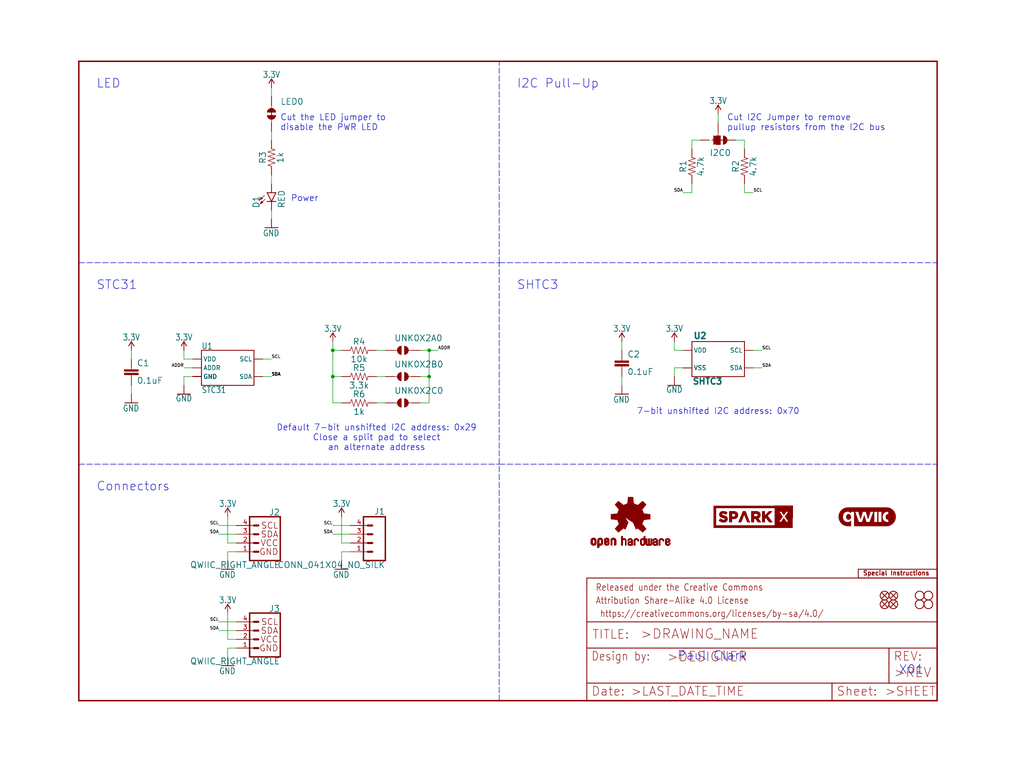
<source format=kicad_sch>
(kicad_sch (version 20211123) (generator eeschema)
  (paper "User" 297.002 223.926)
  (lib_symbols
    (symbol "eagleSchem-eagle-import:0.1UF-0603-25V-5%"
      (property "Reference" "C" (at 1.524 2.921 0))
      (property "Value" "0.1UF-0603-25V-5%" (at 1.524 -2.159 0))
      (symbol "0.1UF-0603-25V-5%_1_0"
        (pin passive line (at 0 5.08 270) (length 2.54) (name "1") (number "1"))
        (pin passive line (at 0 -2.54 90) (length 2.54) (name "2") (number "2"))
      )
    )
    (symbol "eagleSchem-eagle-import:10KOHM-0603-1{slash}10W-1%"
      (property "Reference" "R" (at 0 1.524 0))
      (property "Value" "10KOHM-0603-1{slash}10W-1%" (at 0 -1.524 0))
      (symbol "10KOHM-0603-1{slash}10W-1%_1_0"
        (pin passive line (at -5.08 0 0) (length 2.54) (name "1") (number "1"))
        (pin passive line (at 5.08 0 180) (length 2.54) (name "2") (number "2"))
      )
    )
    (symbol "eagleSchem-eagle-import:1KOHM-0603-1{slash}10W-1%"
      (property "Reference" "R" (at 0 1.524 0))
      (property "Value" "1KOHM-0603-1{slash}10W-1%" (at 0 -1.524 0))
      (symbol "1KOHM-0603-1{slash}10W-1%_1_0"
        (pin passive line (at -5.08 0 0) (length 2.54) (name "1") (number "1"))
        (pin passive line (at 5.08 0 180) (length 2.54) (name "2") (number "2"))
      )
    )
    (symbol "eagleSchem-eagle-import:3.3KOHM-0603-1{slash}10W-1%"
      (property "Reference" "R" (at 0 1.524 0))
      (property "Value" "3.3KOHM-0603-1{slash}10W-1%" (at 0 -1.524 0))
      (symbol "3.3KOHM-0603-1{slash}10W-1%_1_0"
        (pin passive line (at -5.08 0 0) (length 2.54) (name "1") (number "1"))
        (pin passive line (at 5.08 0 180) (length 2.54) (name "2") (number "2"))
      )
    )
    (symbol "eagleSchem-eagle-import:3.3V" (power)
      (property "Value" "3.3V" (at 0 2.794 0))
      (symbol "3.3V_1_0"
        (pin power_in line (at 0 0 90) (length 2.54) (name "3.3V") (number "1"))
      )
    )
    (symbol "eagleSchem-eagle-import:4.7KOHM-0603-1{slash}10W-1%"
      (property "Reference" "R" (at 0 1.524 0))
      (property "Value" "4.7KOHM-0603-1{slash}10W-1%" (at 0 -1.524 0))
      (symbol "4.7KOHM-0603-1{slash}10W-1%_1_0"
        (pin passive line (at -5.08 0 0) (length 2.54) (name "1") (number "1"))
        (pin passive line (at 5.08 0 180) (length 2.54) (name "2") (number "2"))
      )
    )
    (symbol "eagleSchem-eagle-import:CONN_041X04_NO_SILK"
      (property "Reference" "J" (at -5.08 8.128 0))
      (property "Value" "CONN_041X04_NO_SILK" (at -5.08 -7.366 0))
      (symbol "CONN_041X04_NO_SILK_1_0"
        (pin passive line (at 5.08 -2.54 180) (length 5.08) (name "1") (number "1"))
        (pin passive line (at 5.08 0 180) (length 5.08) (name "2") (number "2"))
        (pin passive line (at 5.08 2.54 180) (length 5.08) (name "3") (number "3"))
        (pin passive line (at 5.08 5.08 180) (length 5.08) (name "4") (number "4"))
      )
    )
    (symbol "eagleSchem-eagle-import:FIDUCIAL1X2")
    (symbol "eagleSchem-eagle-import:FRAME-LETTER"
      (symbol "FRAME-LETTER_2_0"
        (text " https://creativecommons.org/licenses/by-sa/4.0/" (at 2.54 24.13 0) (effects (font (size 1.9304 1.6408)) (justify left bottom)))
        (text ">DESIGNER" (at 23.114 11.176 0) (effects (font (size 2.7432 2.7432)) (justify left bottom)))
        (text ">DRAWING_NAME" (at 15.494 17.78 0) (effects (font (size 2.7432 2.7432)) (justify left bottom)))
        (text ">LAST_DATE_TIME" (at 12.7 1.27 0) (effects (font (size 2.54 2.54)) (justify left bottom)))
        (text ">REV" (at 88.9 6.604 0) (effects (font (size 2.7432 2.7432)) (justify left bottom)))
        (text ">SHEET" (at 86.36 1.27 0) (effects (font (size 2.54 2.54)) (justify left bottom)))
        (text "Attribution Share-Alike 4.0 License" (at 2.54 27.94 0) (effects (font (size 1.9304 1.6408)) (justify left bottom)))
        (text "Date:" (at 1.27 1.27 0) (effects (font (size 2.54 2.54)) (justify left bottom)))
        (text "Design by:" (at 1.27 11.43 0) (effects (font (size 2.54 2.159)) (justify left bottom)))
        (text "Released under the Creative Commons" (at 2.54 31.75 0) (effects (font (size 1.9304 1.6408)) (justify left bottom)))
        (text "REV:" (at 88.9 11.43 0) (effects (font (size 2.54 2.54)) (justify left bottom)))
        (text "Sheet:" (at 72.39 1.27 0) (effects (font (size 2.54 2.54)) (justify left bottom)))
        (text "TITLE:" (at 1.524 17.78 0) (effects (font (size 2.54 2.54)) (justify left bottom)))
      )
    )
    (symbol "eagleSchem-eagle-import:GND" (power)
      (property "Value" "GND" (at 0 -0.254 0))
      (symbol "GND_1_0"
        (pin power_in line (at 0 2.54 270) (length 2.54) (name "GND") (number "1"))
      )
    )
    (symbol "eagleSchem-eagle-import:JUMPER-SMT_2_NC_TRACE_SILK"
      (property "Reference" "JP" (at -2.54 2.54 0))
      (property "Value" "JUMPER-SMT_2_NC_TRACE_SILK" (at -2.54 -2.54 0))
      (symbol "JUMPER-SMT_2_NC_TRACE_SILK_1_0"
        (pin passive line (at -5.08 0 0) (length 2.54) (name "1") (number "1"))
        (pin passive line (at 5.08 0 180) (length 2.54) (name "2") (number "2"))
      )
    )
    (symbol "eagleSchem-eagle-import:JUMPER-SMT_2_NO_SILK"
      (property "Reference" "JP" (at -2.54 2.54 0))
      (property "Value" "JUMPER-SMT_2_NO_SILK" (at -2.54 -2.54 0))
      (symbol "JUMPER-SMT_2_NO_SILK_1_0"
        (pin passive line (at -5.08 0 0) (length 2.54) (name "1") (number "1"))
        (pin passive line (at 5.08 0 180) (length 2.54) (name "2") (number "2"))
      )
    )
    (symbol "eagleSchem-eagle-import:JUMPER-SMT_3_2-NC_TRACE_SILK"
      (property "Reference" "JP" (at 2.54 0.381 0))
      (property "Value" "JUMPER-SMT_3_2-NC_TRACE_SILK" (at 2.54 -0.381 0))
      (symbol "JUMPER-SMT_3_2-NC_TRACE_SILK_1_0"
        (pin passive line (at 0 5.08 270) (length 2.54) (name "1") (number "1"))
        (pin passive line (at -5.08 0 0) (length 2.54) (name "2") (number "2"))
        (pin passive line (at 0 -5.08 90) (length 2.54) (name "3") (number "3"))
      )
    )
    (symbol "eagleSchem-eagle-import:LED-RED0603"
      (property "Reference" "D" (at -3.429 -4.572 90))
      (property "Value" "LED-RED0603" (at 1.905 -4.572 90))
      (symbol "LED-RED0603_1_0"
        (pin passive line (at 0 2.54 270) (length 2.54) (name "A") (number "A"))
        (pin passive line (at 0 -5.08 90) (length 2.54) (name "C") (number "C"))
      )
    )
    (symbol "eagleSchem-eagle-import:OSHW-LOGOS")
    (symbol "eagleSchem-eagle-import:QWIIC_CONNECTORJS-1MM"
      (property "Reference" "J" (at -5.08 7.874 0))
      (property "Value" "QWIIC_CONNECTORJS-1MM" (at -5.08 -5.334 0))
      (symbol "QWIIC_CONNECTORJS-1MM_1_0"
        (text "GND" (at -4.572 -2.54 0) (effects (font (size 1.778 1.778)) (justify left)))
        (text "SCL" (at -4.572 5.08 0) (effects (font (size 1.778 1.778)) (justify left)))
        (text "SDA" (at -4.572 2.54 0) (effects (font (size 1.778 1.778)) (justify left)))
        (text "VCC" (at -4.572 0 0) (effects (font (size 1.778 1.778)) (justify left)))
        (pin power_in line (at 7.62 -2.54 180) (length 5.08) (name "1") (number "1"))
        (pin power_in line (at 7.62 0 180) (length 5.08) (name "2") (number "2"))
        (pin passive line (at 7.62 2.54 180) (length 5.08) (name "3") (number "3"))
        (pin passive line (at 7.62 5.08 180) (length 5.08) (name "4") (number "4"))
      )
    )
    (symbol "eagleSchem-eagle-import:QWIIC_LOGO_5MM")
    (symbol "eagleSchem-eagle-import:SHTC3"
      (property "Reference" "U" (at -7.366 5.588 0))
      (property "Value" "SHTC3" (at -7.62 -7.62 0))
      (symbol "SHTC3_1_0"
        (pin bidirectional line (at -10.16 2.54 0) (length 2.54) (name "VDD") (number "1"))
        (pin bidirectional line (at 10.16 2.54 180) (length 2.54) (name "SCL") (number "2"))
        (pin bidirectional line (at 10.16 -2.54 180) (length 2.54) (name "SDA") (number "3"))
        (pin bidirectional line (at -10.16 -2.54 0) (length 2.54) (name "VSS") (number "4"))
        (pin bidirectional line (at -10.16 -2.54 0) (length 2.54) (name "VSS") (number "5"))
      )
    )
    (symbol "eagleSchem-eagle-import:SPARKX-LOGO3")
    (symbol "eagleSchem-eagle-import:SPECIAL_INSTRUCTIONS-ORDERING"
      (symbol "SPECIAL_INSTRUCTIONS-ORDERING_1_0"
        (text "Special Instructions" (at 1.27 0.6985 0) (effects (font (size 1.27 1.27) (thickness 0.254) bold) (justify left bottom)))
      )
    )
    (symbol "eagleSchem-eagle-import:STAND-OFF")
    (symbol "eagleSchem-eagle-import:STC31"
      (property "Reference" "U" (at -7.62 5.334 0))
      (property "Value" "STC31" (at -7.62 -7.366 0))
      (symbol "STC31_1_0"
        (pin power_in line (at -10.16 -2.54 0) (length 2.54) (name "GND") (number "1"))
        (pin power_in line (at -10.16 -2.54 0) (length 2.54) (name "GND") (number "11"))
        (pin bidirectional line (at -10.16 0 0) (length 2.54) (name "ADDR") (number "3"))
        (pin bidirectional line (at 10.16 2.54 180) (length 2.54) (name "SCL") (number "4"))
        (pin power_in line (at -10.16 -2.54 0) (length 2.54) (name "GND") (number "5"))
        (pin power_in line (at -10.16 2.54 0) (length 2.54) (name "VDD") (number "6"))
        (pin bidirectional line (at 10.16 -2.54 180) (length 2.54) (name "SDA") (number "7"))
        (pin power_in line (at -10.16 -2.54 0) (length 2.54) (name "GND") (number "9"))
        (pin power_in line (at -10.16 -2.54 0) (length 2.54) (name "GND") (number "DIEPAD"))
      )
    )
  )
  (junction (at 96.52 109.22))
  (junction (at 124.46 101.6))
  (junction (at 96.52 101.6))
  (junction (at 124.46 109.22))
  (wire (pts (xy 101.6 160.02) (xy 99.06 160.02)))
  (wire (pts (xy 124.46 116.84) (xy 124.46 109.22)))
  (polyline (pts (xy 144.78 76.2) (xy 271.78 76.2)))
  (wire (pts (xy 218.44 106.68) (xy 220.98 106.68)))
  (wire (pts (xy 121.92 101.6) (xy 124.46 101.6)))
  (polyline (pts (xy 22.86 76.2) (xy 144.78 76.2)))
  (wire (pts (xy 111.76 109.22) (xy 109.22 109.22)))
  (wire (pts (xy 215.9 55.88) (xy 218.44 55.88)))
  (wire (pts (xy 55.88 106.68) (xy 53.34 106.68)))
  (polyline (pts (xy 144.78 203.2) (xy 144.78 134.62)))
  (wire (pts (xy 55.88 104.14) (xy 53.34 104.14)))
  (wire (pts (xy 208.28 33.02) (xy 208.28 35.56)))
  (wire (pts (xy 200.66 55.88) (xy 200.66 53.34)))
  (wire (pts (xy 38.1 104.14) (xy 38.1 101.6)))
  (wire (pts (xy 66.04 157.48) (xy 66.04 149.86)))
  (wire (pts (xy 38.1 111.76) (xy 38.1 114.3)))
  (wire (pts (xy 121.92 116.84) (xy 124.46 116.84)))
  (wire (pts (xy 68.58 157.48) (xy 66.04 157.48)))
  (wire (pts (xy 99.06 116.84) (xy 96.52 116.84)))
  (wire (pts (xy 53.34 104.14) (xy 53.34 101.6)))
  (polyline (pts (xy 144.78 134.62) (xy 271.78 134.62)))
  (wire (pts (xy 68.58 154.94) (xy 63.5 154.94)))
  (wire (pts (xy 78.74 63.5) (xy 78.74 60.96)))
  (polyline (pts (xy 144.78 76.2) (xy 144.78 17.78)))
  (wire (pts (xy 68.58 187.96) (xy 66.04 187.96)))
  (wire (pts (xy 78.74 53.34) (xy 78.74 50.8)))
  (wire (pts (xy 96.52 101.6) (xy 96.52 99.06)))
  (wire (pts (xy 66.04 185.42) (xy 66.04 177.8)))
  (wire (pts (xy 215.9 53.34) (xy 215.9 55.88)))
  (wire (pts (xy 55.88 109.22) (xy 53.34 109.22)))
  (wire (pts (xy 198.12 101.6) (xy 195.58 101.6)))
  (wire (pts (xy 78.74 40.64) (xy 78.74 38.1)))
  (wire (pts (xy 53.34 109.22) (xy 53.34 111.76)))
  (wire (pts (xy 111.76 116.84) (xy 109.22 116.84)))
  (wire (pts (xy 76.2 104.14) (xy 78.74 104.14)))
  (wire (pts (xy 200.66 43.18) (xy 200.66 40.64)))
  (wire (pts (xy 200.66 40.64) (xy 203.2 40.64)))
  (wire (pts (xy 200.66 55.88) (xy 198.12 55.88)))
  (wire (pts (xy 99.06 109.22) (xy 96.52 109.22)))
  (wire (pts (xy 66.04 187.96) (xy 66.04 190.5)))
  (wire (pts (xy 76.2 109.22) (xy 78.74 109.22)))
  (wire (pts (xy 96.52 109.22) (xy 96.52 101.6)))
  (wire (pts (xy 121.92 109.22) (xy 124.46 109.22)))
  (wire (pts (xy 96.52 116.84) (xy 96.52 109.22)))
  (wire (pts (xy 99.06 160.02) (xy 99.06 162.56)))
  (wire (pts (xy 213.36 40.64) (xy 215.9 40.64)))
  (wire (pts (xy 78.74 27.94) (xy 78.74 25.4)))
  (wire (pts (xy 124.46 101.6) (xy 127 101.6)))
  (wire (pts (xy 215.9 40.64) (xy 215.9 43.18)))
  (wire (pts (xy 101.6 157.48) (xy 99.06 157.48)))
  (wire (pts (xy 68.58 182.88) (xy 63.5 182.88)))
  (wire (pts (xy 180.34 99.06) (xy 180.34 101.6)))
  (wire (pts (xy 68.58 180.34) (xy 63.5 180.34)))
  (wire (pts (xy 195.58 106.68) (xy 195.58 109.22)))
  (wire (pts (xy 99.06 157.48) (xy 99.06 149.86)))
  (wire (pts (xy 101.6 152.4) (xy 96.52 152.4)))
  (wire (pts (xy 66.04 160.02) (xy 66.04 162.56)))
  (wire (pts (xy 111.76 101.6) (xy 109.22 101.6)))
  (polyline (pts (xy 144.78 134.62) (xy 144.78 76.2)))
  (wire (pts (xy 195.58 101.6) (xy 195.58 99.06)))
  (wire (pts (xy 180.34 109.22) (xy 180.34 111.76)))
  (wire (pts (xy 124.46 109.22) (xy 124.46 101.6)))
  (wire (pts (xy 68.58 160.02) (xy 66.04 160.02)))
  (wire (pts (xy 68.58 152.4) (xy 63.5 152.4)))
  (wire (pts (xy 218.44 101.6) (xy 220.98 101.6)))
  (polyline (pts (xy 22.86 134.62) (xy 144.78 134.62)))
  (wire (pts (xy 99.06 101.6) (xy 96.52 101.6)))
  (wire (pts (xy 101.6 154.94) (xy 96.52 154.94)))
  (wire (pts (xy 198.12 106.68) (xy 195.58 106.68)))
  (wire (pts (xy 68.58 185.42) (xy 66.04 185.42)))
  (text "Cut I2C Jumper to remove\npullup resistors from the I2C bus" (at 210.82 38.1 180) (effects (font (size 1.778 1.778)) (justify left bottom)))
  (text "I2C Pull-Up" (at 149.86 22.86 180) (effects (font (size 2.54 2.54)) (justify left top)))
  (text "Default 7-bit unshifted I2C address: 0x29\nClose a split pad to select\nan alternate address" (at 109.22 127 180) (effects (font (size 1.778 1.778))))
  (text "SHTC3" (at 149.86 81.28 180) (effects (font (size 2.54 2.54)) (justify left top)))
  (text "STC31" (at 27.94 81.28 180) (effects (font (size 2.54 2.54)) (justify left top)))
  (text "X01" (at 260.604 195.834 180) (effects (font (size 2.54 2.54)) (justify left bottom)))
  (text "7-bit unshifted I2C address: 0x70" (at 208.28 119.38 180) (effects (font (size 1.778 1.778))))
  (text "Connectors" (at 27.94 139.7 180) (effects (font (size 2.54 2.54)) (justify left top)))
  (text "Paul Clark" (at 196.342 191.77 180) (effects (font (size 2.54 2.54)) (justify left bottom)))
  (text "Power" (at 84.328 58.674 180) (effects (font (size 1.778 1.778)) (justify left bottom)))
  (text "Cut the LED jumper to\ndisable the PWR LED" (at 81.28 38.1 180) (effects (font (size 1.778 1.778)) (justify left bottom)))
  (text "LED" (at 27.94 22.86 180) (effects (font (size 2.54 2.54)) (justify left top)))
  (label "SDA" (at 78.74 109.22 0) (effects (font (size 0.889 0.889))))
  (label "SCL" (at 96.52 152.4 180) (effects (font (size 0.889 0.889))))
  (label "SDA" (at 220.98 106.68 0) (effects (font (size 0.889 0.889))))
  (label "ADDR" (at 127 101.6 0) (effects (font (size 0.889 0.889))))
  (label "SDA" (at 78.74 109.22 0) (effects (font (size 0.889 0.889))))
  (label "SDA" (at 78.74 109.22 0) (effects (font (size 0.889 0.889))))
  (label "SDA" (at 198.12 55.88 180) (effects (font (size 0.889 0.889))))
  (label "SDA" (at 78.74 109.22 0) (effects (font (size 0.889 0.889))))
  (label "SCL" (at 63.5 180.34 180) (effects (font (size 0.889 0.889))))
  (label "SDA" (at 63.5 182.88 180) (effects (font (size 0.889 0.889))))
  (label "SCL" (at 63.5 152.4 180) (effects (font (size 0.889 0.889))))
  (label "ADDR" (at 53.34 106.68 180) (effects (font (size 0.889 0.889))))
  (label "SCL" (at 78.74 104.14 0) (effects (font (size 0.889 0.889))))
  (label "SDA" (at 78.74 109.22 0) (effects (font (size 0.889 0.889))))
  (label "SCL" (at 220.98 101.6 0) (effects (font (size 0.889 0.889))))
  (label "SDA" (at 63.5 154.94 180) (effects (font (size 0.889 0.889))))
  (label "SCL" (at 218.44 55.88 0) (effects (font (size 0.889 0.889))))
  (label "SDA" (at 96.52 154.94 180) (effects (font (size 0.889 0.889))))
  (symbol (lib_id "eagleSchem-eagle-import:GND") (at 66.04 165.1 0) (unit 1)
    (property "Reference" "#GND6" (effects hide))
    (property "Value" "GND" (at 63.5 167.64 0) (effects (font (size 1.778 1.5113)) (justify left bottom)))
    (property "Footprint" "eagleSchem:" (effects hide))
  )
  (symbol (lib_id "eagleSchem-eagle-import:QWIIC_LOGO_5MM") (at 251.46 149.86 0) (unit 1)
    (property "Reference" "LOGO2" (effects hide))
    (property "Value" "QWIIC_LOGO_5MM" (effects hide))
    (property "Footprint" "eagleSchem:QWIIC_5MM" (effects hide))
  )
  (symbol (lib_id "eagleSchem-eagle-import:SPECIAL_INSTRUCTIONS-ORDERING") (at 248.92 167.64 0) (unit 1)
    (property "Reference" "LOGO1" (effects hide))
    (property "Value" "SPECIAL_INSTRUCTIONS-ORDERING" (effects hide))
    (property "Footprint" "eagleSchem:ORDERING_INSTRUCTIONS" (effects hide))
  )
  (symbol (lib_id "eagleSchem-eagle-import:3.3V") (at 78.74 25.4 0) (unit 1)
    (property "Reference" "#SUPPLY10" (effects hide))
    (property "Value" "3.3V" (at 78.74 22.606 0) (effects (font (size 1.778 1.5113)) (justify bottom)))
    (property "Footprint" "eagleSchem:" (effects hide))
  )
  (symbol (lib_id "eagleSchem-eagle-import:GND") (at 66.04 193.04 0) (unit 1)
    (property "Reference" "#GND8" (effects hide))
    (property "Value" "GND" (at 63.5 195.58 0) (effects (font (size 1.778 1.5113)) (justify left bottom)))
    (property "Footprint" "eagleSchem:" (effects hide))
  )
  (symbol (lib_id "eagleSchem-eagle-import:STAND-OFF") (at 266.7 175.26 0) (unit 1)
    (property "Reference" "JP8" (effects hide))
    (property "Value" "STAND-OFF" (effects hide))
    (property "Footprint" "eagleSchem:STAND-OFF" (effects hide))
  )
  (symbol (lib_id "eagleSchem-eagle-import:GND") (at 99.06 165.1 0) (unit 1)
    (property "Reference" "#GND7" (effects hide))
    (property "Value" "GND" (at 96.52 167.64 0) (effects (font (size 1.778 1.5113)) (justify left bottom)))
    (property "Footprint" "eagleSchem:" (effects hide))
  )
  (symbol (lib_id "eagleSchem-eagle-import:SHTC3") (at 208.28 104.14 0) (unit 1)
    (property "Reference" "U2" (at 200.914 98.552 0) (effects (font (size 1.778 1.778) bold) (justify left bottom)))
    (property "Value" "SHTC3" (at 200.66 111.76 0) (effects (font (size 1.778 1.778) bold) (justify left bottom)))
    (property "Footprint" "eagleSchem:SHTC3" (effects hide))
  )
  (symbol (lib_id "eagleSchem-eagle-import:3.3V") (at 195.58 99.06 0) (unit 1)
    (property "Reference" "#SUPPLY2" (effects hide))
    (property "Value" "3.3V" (at 195.58 96.266 0) (effects (font (size 1.778 1.5113)) (justify bottom)))
    (property "Footprint" "eagleSchem:" (effects hide))
  )
  (symbol (lib_id "eagleSchem-eagle-import:STAND-OFF") (at 269.24 175.26 0) (unit 1)
    (property "Reference" "JP4" (effects hide))
    (property "Value" "STAND-OFF" (effects hide))
    (property "Footprint" "eagleSchem:STAND-OFF" (effects hide))
  )
  (symbol (lib_id "eagleSchem-eagle-import:STAND-OFF") (at 266.7 172.72 0) (unit 1)
    (property "Reference" "JP7" (effects hide))
    (property "Value" "STAND-OFF" (effects hide))
    (property "Footprint" "eagleSchem:STAND-OFF" (effects hide))
  )
  (symbol (lib_id "eagleSchem-eagle-import:GND") (at 53.34 114.3 0) (unit 1)
    (property "Reference" "#GND1" (effects hide))
    (property "Value" "GND" (at 53.34 114.554 0) (effects (font (size 1.778 1.5113)) (justify top)))
    (property "Footprint" "eagleSchem:" (effects hide))
  )
  (symbol (lib_id "eagleSchem-eagle-import:1KOHM-0603-1{slash}10W-1%") (at 104.14 116.84 0) (unit 1)
    (property "Reference" "R6" (at 104.14 115.316 0) (effects (font (size 1.778 1.778)) (justify bottom)))
    (property "Value" "1k" (at 104.14 118.364 0) (effects (font (size 1.778 1.778)) (justify top)))
    (property "Footprint" "eagleSchem:0603" (effects hide))
  )
  (symbol (lib_id "eagleSchem-eagle-import:FIDUCIAL1X2") (at 259.08 175.26 0) (unit 1)
    (property "Reference" "JP1" (effects hide))
    (property "Value" "FIDUCIAL1X2" (effects hide))
    (property "Footprint" "eagleSchem:FIDUCIAL-1X2" (effects hide))
  )
  (symbol (lib_id "eagleSchem-eagle-import:3.3V") (at 99.06 149.86 0) (unit 1)
    (property "Reference" "#SUPPLY7" (effects hide))
    (property "Value" "3.3V" (at 99.06 147.066 0) (effects (font (size 1.778 1.5113)) (justify bottom)))
    (property "Footprint" "eagleSchem:" (effects hide))
  )
  (symbol (lib_id "eagleSchem-eagle-import:SPARKX-LOGO3") (at 218.44 149.86 0) (unit 1)
    (property "Reference" "U$18" (effects hide))
    (property "Value" "SPARKX-LOGO3" (effects hide))
    (property "Footprint" "eagleSchem:SPARKX-SMALL" (effects hide))
  )
  (symbol (lib_id "eagleSchem-eagle-import:3.3V") (at 66.04 177.8 0) (unit 1)
    (property "Reference" "#SUPPLY8" (effects hide))
    (property "Value" "3.3V" (at 66.04 175.006 0) (effects (font (size 1.778 1.5113)) (justify bottom)))
    (property "Footprint" "eagleSchem:" (effects hide))
  )
  (symbol (lib_id "eagleSchem-eagle-import:FIDUCIAL1X2") (at 256.54 175.26 0) (unit 1)
    (property "Reference" "JP5" (effects hide))
    (property "Value" "FIDUCIAL1X2" (effects hide))
    (property "Footprint" "eagleSchem:FIDUCIAL-1X2" (effects hide))
  )
  (symbol (lib_id "eagleSchem-eagle-import:FIDUCIAL1X2") (at 256.54 172.72 0) (unit 1)
    (property "Reference" "JP2" (effects hide))
    (property "Value" "FIDUCIAL1X2" (effects hide))
    (property "Footprint" "eagleSchem:FIDUCIAL-1X2" (effects hide))
  )
  (symbol (lib_id "eagleSchem-eagle-import:3.3V") (at 180.34 99.06 0) (unit 1)
    (property "Reference" "#SUPPLY1" (effects hide))
    (property "Value" "3.3V" (at 180.34 96.266 0) (effects (font (size 1.778 1.5113)) (justify bottom)))
    (property "Footprint" "eagleSchem:" (effects hide))
  )
  (symbol (lib_id "eagleSchem-eagle-import:FRAME-LETTER") (at 170.18 203.2 0) (unit 2)
    (property "Reference" "FRAME1" (effects hide))
    (property "Value" "FRAME-LETTER" (effects hide))
    (property "Footprint" "eagleSchem:CREATIVE_COMMONS" (effects hide))
  )
  (symbol (lib_id "eagleSchem-eagle-import:GND") (at 195.58 111.76 0) (unit 1)
    (property "Reference" "#GND5" (effects hide))
    (property "Value" "GND" (at 195.58 112.014 0) (effects (font (size 1.778 1.5113)) (justify top)))
    (property "Footprint" "eagleSchem:" (effects hide))
  )
  (symbol (lib_id "eagleSchem-eagle-import:LED-RED0603") (at 78.74 55.88 0) (unit 1)
    (property "Reference" "D1" (at 75.311 60.452 90) (effects (font (size 1.778 1.778)) (justify left bottom)))
    (property "Value" "RED" (at 80.645 60.452 90) (effects (font (size 1.778 1.778)) (justify left top)))
    (property "Footprint" "eagleSchem:LED-0603" (effects hide))
  )
  (symbol (lib_id "eagleSchem-eagle-import:QWIIC_CONNECTORJS-1MM") (at 76.2 185.42 0) (mirror y) (unit 1)
    (property "Reference" "J3" (at 81.28 177.546 0) (effects (font (size 1.778 1.778)) (justify left bottom)))
    (property "Value" "QWIIC_RIGHT_ANGLE" (at 81.28 190.754 0) (effects (font (size 1.778 1.778)) (justify left top)))
    (property "Footprint" "eagleSchem:JST04_1MM_RA" (effects hide))
  )
  (symbol (lib_id "eagleSchem-eagle-import:JUMPER-SMT_3_2-NC_TRACE_SILK") (at 208.28 40.64 270) (unit 1)
    (property "Reference" "I2C0" (at 205.74 45.339 90) (effects (font (size 1.778 1.778)) (justify left bottom)))
    (property "Value" "JUMPER-SMT_3_2-NC_TRACE_SILK" (effects hide))
    (property "Footprint" "eagleSchem:SMT-JUMPER_3_2-NC_TRACE_SILK" (effects hide))
  )
  (symbol (lib_id "eagleSchem-eagle-import:JUMPER-SMT_2_NO_SILK") (at 116.84 109.22 0) (unit 1)
    (property "Reference" "UNK0X2B0" (at 114.3 106.68 0) (effects (font (size 1.778 1.778)) (justify left bottom)))
    (property "Value" "JUMPER-SMT_2_NO_SILK" (effects hide))
    (property "Footprint" "eagleSchem:SMT-JUMPER_2_NO_SILK" (effects hide))
  )
  (symbol (lib_id "eagleSchem-eagle-import:3.3V") (at 208.28 33.02 0) (unit 1)
    (property "Reference" "#SUPPLY9" (effects hide))
    (property "Value" "3.3V" (at 208.28 30.226 0) (effects (font (size 1.778 1.5113)) (justify bottom)))
    (property "Footprint" "eagleSchem:" (effects hide))
  )
  (symbol (lib_id "eagleSchem-eagle-import:3.3V") (at 53.34 101.6 0) (unit 1)
    (property "Reference" "#SUPPLY5" (effects hide))
    (property "Value" "3.3V" (at 53.34 98.806 0) (effects (font (size 1.778 1.5113)) (justify bottom)))
    (property "Footprint" "eagleSchem:" (effects hide))
  )
  (symbol (lib_id "eagleSchem-eagle-import:SPARKX-LOGO3") (at 218.44 149.86 0) (unit 1)
    (property "Reference" "U$10" (effects hide))
    (property "Value" "SPARKX-LOGO3" (effects hide))
    (property "Footprint" "eagleSchem:SPARKX-SMALL" (effects hide))
  )
  (symbol (lib_id "eagleSchem-eagle-import:1KOHM-0603-1{slash}10W-1%") (at 78.74 45.72 90) (unit 1)
    (property "Reference" "R3" (at 77.216 45.72 0) (effects (font (size 1.778 1.778)) (justify bottom)))
    (property "Value" "1k" (at 80.264 45.72 0) (effects (font (size 1.778 1.778)) (justify top)))
    (property "Footprint" "eagleSchem:0603" (effects hide))
  )
  (symbol (lib_id "eagleSchem-eagle-import:STAND-OFF") (at 269.24 172.72 0) (unit 1)
    (property "Reference" "JP3" (effects hide))
    (property "Value" "STAND-OFF" (effects hide))
    (property "Footprint" "eagleSchem:STAND-OFF" (effects hide))
  )
  (symbol (lib_id "eagleSchem-eagle-import:FIDUCIAL1X2") (at 259.08 172.72 0) (unit 1)
    (property "Reference" "JP6" (effects hide))
    (property "Value" "FIDUCIAL1X2" (effects hide))
    (property "Footprint" "eagleSchem:FIDUCIAL-1X2" (effects hide))
  )
  (symbol (lib_id "eagleSchem-eagle-import:STC31") (at 66.04 106.68 0) (unit 1)
    (property "Reference" "U1" (at 58.42 101.346 0) (effects (font (size 1.778 1.5113)) (justify left bottom)))
    (property "Value" "STC31" (at 58.42 114.046 0) (effects (font (size 1.778 1.5113)) (justify left bottom)))
    (property "Footprint" "eagleSchem:STC31" (effects hide))
  )
  (symbol (lib_id "eagleSchem-eagle-import:GND") (at 38.1 116.84 0) (unit 1)
    (property "Reference" "#GND2" (effects hide))
    (property "Value" "GND" (at 35.56 119.38 0) (effects (font (size 1.778 1.5113)) (justify left bottom)))
    (property "Footprint" "eagleSchem:" (effects hide))
  )
  (symbol (lib_id "eagleSchem-eagle-import:JUMPER-SMT_2_NC_TRACE_SILK") (at 78.74 33.02 90) (unit 1)
    (property "Reference" "LED0" (at 81.28 30.48 90) (effects (font (size 1.778 1.778)) (justify right top)))
    (property "Value" "JUMPER-SMT_2_NC_TRACE_SILK" (effects hide))
    (property "Footprint" "eagleSchem:SMT-JUMPER_2_NC_TRACE_SILK" (effects hide))
  )
  (symbol (lib_id "eagleSchem-eagle-import:JUMPER-SMT_2_NO_SILK") (at 116.84 116.84 0) (unit 1)
    (property "Reference" "UNK0X2C0" (at 114.3 114.3 0) (effects (font (size 1.778 1.778)) (justify left bottom)))
    (property "Value" "JUMPER-SMT_2_NO_SILK" (effects hide))
    (property "Footprint" "eagleSchem:SMT-JUMPER_2_NO_SILK" (effects hide))
  )
  (symbol (lib_id "eagleSchem-eagle-import:3.3V") (at 96.52 99.06 0) (unit 1)
    (property "Reference" "#SUPPLY6" (effects hide))
    (property "Value" "3.3V" (at 96.52 96.266 0) (effects (font (size 1.778 1.5113)) (justify bottom)))
    (property "Footprint" "eagleSchem:" (effects hide))
  )
  (symbol (lib_id "eagleSchem-eagle-import:0.1UF-0603-25V-5%") (at 38.1 109.22 0) (unit 1)
    (property "Reference" "C1" (at 39.624 106.299 0) (effects (font (size 1.778 1.778)) (justify left bottom)))
    (property "Value" "0.1uF" (at 39.624 111.379 0) (effects (font (size 1.778 1.778)) (justify left bottom)))
    (property "Footprint" "eagleSchem:0603" (effects hide))
  )
  (symbol (lib_id "eagleSchem-eagle-import:3.3KOHM-0603-1{slash}10W-1%") (at 104.14 109.22 0) (unit 1)
    (property "Reference" "R5" (at 104.14 107.696 0) (effects (font (size 1.778 1.778)) (justify bottom)))
    (property "Value" "3.3k" (at 104.14 110.744 0) (effects (font (size 1.778 1.778)) (justify top)))
    (property "Footprint" "eagleSchem:0603" (effects hide))
  )
  (symbol (lib_id "eagleSchem-eagle-import:0.1UF-0603-25V-5%") (at 180.34 106.68 0) (unit 1)
    (property "Reference" "C2" (at 181.864 103.759 0) (effects (font (size 1.778 1.778)) (justify left bottom)))
    (property "Value" "0.1uF" (at 181.864 108.839 0) (effects (font (size 1.778 1.778)) (justify left bottom)))
    (property "Footprint" "eagleSchem:0603" (effects hide))
  )
  (symbol (lib_id "eagleSchem-eagle-import:10KOHM-0603-1{slash}10W-1%") (at 104.14 101.6 0) (unit 1)
    (property "Reference" "R4" (at 104.14 100.076 0) (effects (font (size 1.778 1.778)) (justify bottom)))
    (property "Value" "10k" (at 104.14 103.124 0) (effects (font (size 1.778 1.778)) (justify top)))
    (property "Footprint" "eagleSchem:0603" (effects hide))
  )
  (symbol (lib_id "eagleSchem-eagle-import:OSHW-LOGOS") (at 182.88 149.86 0) (unit 1)
    (property "Reference" "LOGO5" (effects hide))
    (property "Value" "OSHW-LOGOS" (effects hide))
    (property "Footprint" "eagleSchem:OSHW-LOGO-S" (effects hide))
  )
  (symbol (lib_id "eagleSchem-eagle-import:GND") (at 78.74 66.04 0) (unit 1)
    (property "Reference" "#GND3" (effects hide))
    (property "Value" "GND" (at 76.2 68.58 0) (effects (font (size 1.778 1.5113)) (justify left bottom)))
    (property "Footprint" "eagleSchem:" (effects hide))
  )
  (symbol (lib_id "eagleSchem-eagle-import:4.7KOHM-0603-1{slash}10W-1%") (at 215.9 48.26 90) (unit 1)
    (property "Reference" "R2" (at 214.376 48.26 0) (effects (font (size 1.778 1.778)) (justify bottom)))
    (property "Value" "4.7k" (at 217.424 48.26 0) (effects (font (size 1.778 1.778)) (justify top)))
    (property "Footprint" "eagleSchem:0603" (effects hide))
  )
  (symbol (lib_id "eagleSchem-eagle-import:JUMPER-SMT_2_NO_SILK") (at 116.84 101.6 0) (unit 1)
    (property "Reference" "UNK0X2A0" (at 114.3 99.06 0) (effects (font (size 1.778 1.778)) (justify left bottom)))
    (property "Value" "JUMPER-SMT_2_NO_SILK" (effects hide))
    (property "Footprint" "eagleSchem:SMT-JUMPER_2_NO_SILK" (effects hide))
  )
  (symbol (lib_id "eagleSchem-eagle-import:QWIIC_CONNECTORJS-1MM") (at 76.2 157.48 0) (mirror y) (unit 1)
    (property "Reference" "J2" (at 81.28 149.606 0) (effects (font (size 1.778 1.778)) (justify left bottom)))
    (property "Value" "QWIIC_RIGHT_ANGLE" (at 81.28 162.814 0) (effects (font (size 1.778 1.778)) (justify left top)))
    (property "Footprint" "eagleSchem:JST04_1MM_RA" (effects hide))
  )
  (symbol (lib_id "eagleSchem-eagle-import:3.3V") (at 66.04 149.86 0) (unit 1)
    (property "Reference" "#SUPPLY4" (effects hide))
    (property "Value" "3.3V" (at 66.04 147.066 0) (effects (font (size 1.778 1.5113)) (justify bottom)))
    (property "Footprint" "eagleSchem:" (effects hide))
  )
  (symbol (lib_id "eagleSchem-eagle-import:4.7KOHM-0603-1{slash}10W-1%") (at 200.66 48.26 90) (unit 1)
    (property "Reference" "R1" (at 199.136 48.26 0) (effects (font (size 1.778 1.778)) (justify bottom)))
    (property "Value" "4.7k" (at 202.184 48.26 0) (effects (font (size 1.778 1.778)) (justify top)))
    (property "Footprint" "eagleSchem:0603" (effects hide))
  )
  (symbol (lib_id "eagleSchem-eagle-import:FRAME-LETTER") (at 22.86 203.2 0) (unit 1)
    (property "Reference" "FRAME1" (effects hide))
    (property "Value" "FRAME-LETTER" (effects hide))
    (property "Footprint" "eagleSchem:CREATIVE_COMMONS" (effects hide))
  )
  (symbol (lib_id "eagleSchem-eagle-import:GND") (at 180.34 114.3 0) (unit 1)
    (property "Reference" "#GND4" (effects hide))
    (property "Value" "GND" (at 177.8 116.84 0) (effects (font (size 1.778 1.5113)) (justify left bottom)))
    (property "Footprint" "eagleSchem:" (effects hide))
  )
  (symbol (lib_id "eagleSchem-eagle-import:CONN_041X04_NO_SILK") (at 106.68 157.48 0) (mirror y) (unit 1)
    (property "Reference" "J1" (at 111.76 149.352 0) (effects (font (size 1.778 1.778)) (justify left bottom)))
    (property "Value" "CONN_041X04_NO_SILK" (at 111.76 164.846 0) (effects (font (size 1.778 1.778)) (justify left bottom)))
    (property "Footprint" "eagleSchem:1X04_NO_SILK" (effects hide))
  )
  (symbol (lib_id "eagleSchem-eagle-import:3.3V") (at 38.1 101.6 0) (unit 1)
    (property "Reference" "#SUPPLY3" (effects hide))
    (property "Value" "3.3V" (at 38.1 98.806 0) (effects (font (size 1.778 1.5113)) (justify bottom)))
    (property "Footprint" "eagleSchem:" (effects hide))
  )
)
</source>
